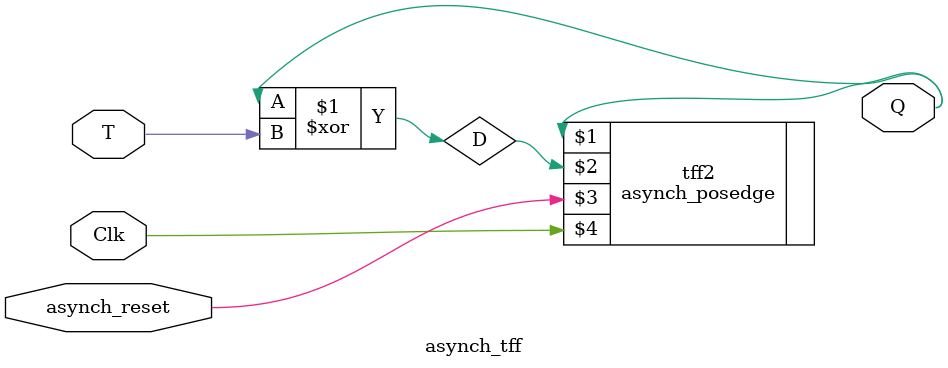
<source format=v>
`timescale 1ns / 1ps


module asynch_tff(Q, T, asynch_reset, Clk);

    output Q;
    input T, Clk;
    input asynch_reset;
    
    //wire w1;
   // wire w2;
    wire D;
    
    assign D = Q ^ T; 
    asynch_posedge tff2(Q, D, asynch_reset, Clk);
   // assign Q = w2;
    
endmodule

</source>
